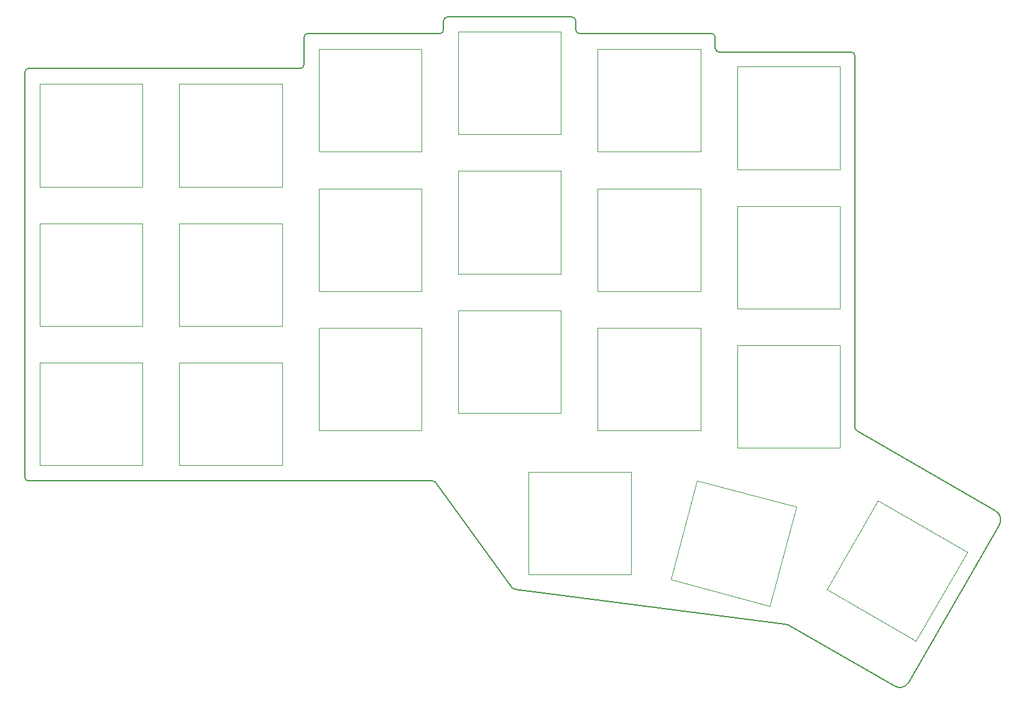
<source format=gbr>
G04 #@! TF.GenerationSoftware,KiCad,Pcbnew,5.1.5+dfsg1-2~bpo10+1*
G04 #@! TF.CreationDate,2020-11-03T09:19:00+00:00*
G04 #@! TF.ProjectId,corne-top-plate,636f726e-652d-4746-9f70-2d706c617465,2.1*
G04 #@! TF.SameCoordinates,Original*
G04 #@! TF.FileFunction,Profile,NP*
%FSLAX46Y46*%
G04 Gerber Fmt 4.6, Leading zero omitted, Abs format (unit mm)*
G04 Created by KiCad (PCBNEW 5.1.5+dfsg1-2~bpo10+1) date 2020-11-03 09:19:00*
%MOMM*%
%LPD*%
G04 APERTURE LIST*
%ADD10C,0.150000*%
%ADD11C,0.120000*%
G04 APERTURE END LIST*
D10*
X174350000Y-117475001D02*
G75*
G02X173997282Y-116810192I497282J689809D01*
G01*
X193270508Y-128396988D02*
G75*
G02X193650000Y-130325000I-770507J-1153013D01*
G01*
X193270509Y-128396988D02*
X174350000Y-117475000D01*
X181297263Y-151781464D02*
G75*
G02X179369251Y-152160956I-1153013J770507D01*
G01*
X164420556Y-143770344D02*
G75*
G02X165075000Y-143900000I-333152J-3398096D01*
G01*
X181297263Y-151781465D02*
X193650000Y-130325000D01*
X165075000Y-143900000D02*
X179369251Y-152160956D01*
X127750000Y-139000000D02*
X164420556Y-143770344D01*
X127396447Y-138853553D02*
G75*
G03X127750000Y-139000000I353553J353553D01*
G01*
X116853553Y-124396447D02*
X127396447Y-138853553D01*
X174000000Y-66250000D02*
X173997282Y-116810192D01*
X174000000Y-66250000D02*
G75*
G03X173500000Y-65750000I-500000J0D01*
G01*
X116853553Y-124396447D02*
G75*
G03X116500000Y-124250000I-353553J-353553D01*
G01*
X61000000Y-123750000D02*
G75*
G03X61500000Y-124250000I500000J0D01*
G01*
X61500000Y-68000000D02*
G75*
G03X61000000Y-68500000I0J-500000D01*
G01*
X98500000Y-68000000D02*
G75*
G03X99000000Y-67500000I0J500000D01*
G01*
X99500000Y-63250000D02*
G75*
G03X99000000Y-63750000I0J-500000D01*
G01*
X117500000Y-63250000D02*
G75*
G03X118000000Y-62750000I0J500000D01*
G01*
X118500000Y-61000000D02*
G75*
G03X118000000Y-61500000I0J-500000D01*
G01*
X136000000Y-61500000D02*
G75*
G03X135500000Y-61000000I-500000J0D01*
G01*
X136000000Y-62750000D02*
G75*
G03X136500000Y-63250000I500000J0D01*
G01*
X155000000Y-63750000D02*
G75*
G03X154500000Y-63250000I-500000J0D01*
G01*
X155000000Y-65250000D02*
G75*
G03X155500000Y-65750000I500000J0D01*
G01*
X116500000Y-124250000D02*
X61500000Y-124250000D01*
X61000000Y-68500000D02*
X61000000Y-123750000D01*
X98500000Y-68000000D02*
X61500000Y-68000000D01*
X99000000Y-63750000D02*
X99000000Y-67500000D01*
X117500000Y-63250000D02*
X99500000Y-63250000D01*
X118000000Y-61500000D02*
X118000000Y-62750000D01*
X135500000Y-61000000D02*
X118500000Y-61000000D01*
X136000000Y-62750000D02*
X136000000Y-61500000D01*
X154500000Y-63250000D02*
X136500000Y-63250000D01*
X155000000Y-65250000D02*
X155000000Y-63750000D01*
X173500000Y-65750000D02*
X155500000Y-65750000D01*
D11*
X189312178Y-133922822D02*
X177187822Y-126922822D01*
X182312178Y-146047178D02*
X189312178Y-133922822D01*
X170187822Y-139047178D02*
X182312178Y-146047178D01*
X177187822Y-126922822D02*
X170187822Y-139047178D01*
X166065214Y-127794253D02*
X152542253Y-124170786D01*
X162441747Y-141317214D02*
X166065214Y-127794253D01*
X148918786Y-137693747D02*
X162441747Y-141317214D01*
X152542253Y-124170786D02*
X148918786Y-137693747D01*
X143530000Y-123035000D02*
X129530000Y-123035000D01*
X143530000Y-137035000D02*
X143530000Y-123035000D01*
X129530000Y-137035000D02*
X143530000Y-137035000D01*
X129530000Y-123035000D02*
X129530000Y-137035000D01*
X172010000Y-105750000D02*
X158010000Y-105750000D01*
X172010000Y-119750000D02*
X172010000Y-105750000D01*
X158010000Y-119750000D02*
X172010000Y-119750000D01*
X158010000Y-105750000D02*
X158010000Y-119750000D01*
X172010000Y-67750000D02*
X158010000Y-67750000D01*
X172010000Y-81750000D02*
X172010000Y-67750000D01*
X158010000Y-81750000D02*
X172010000Y-81750000D01*
X158010000Y-67750000D02*
X158010000Y-81750000D01*
X172010000Y-86750000D02*
X158010000Y-86750000D01*
X172010000Y-100750000D02*
X172010000Y-86750000D01*
X158010000Y-100750000D02*
X172010000Y-100750000D01*
X158010000Y-86750000D02*
X158010000Y-100750000D01*
X153010000Y-84375000D02*
X139010000Y-84375000D01*
X153010000Y-98375000D02*
X153010000Y-84375000D01*
X139010000Y-98375000D02*
X153010000Y-98375000D01*
X139010000Y-84375000D02*
X139010000Y-98375000D01*
X153010000Y-65375000D02*
X139010000Y-65375000D01*
X153010000Y-79375000D02*
X153010000Y-65375000D01*
X139010000Y-79375000D02*
X153010000Y-79375000D01*
X139010000Y-65375000D02*
X139010000Y-79375000D01*
X153010000Y-103375000D02*
X139010000Y-103375000D01*
X153010000Y-117375000D02*
X153010000Y-103375000D01*
X139010000Y-117375000D02*
X153010000Y-117375000D01*
X139010000Y-103375000D02*
X139010000Y-117375000D01*
X134010000Y-82000000D02*
X120010000Y-82000000D01*
X134010000Y-96000000D02*
X134010000Y-82000000D01*
X120010000Y-96000000D02*
X134010000Y-96000000D01*
X120010000Y-82000000D02*
X120010000Y-96000000D01*
X134010000Y-101000000D02*
X120010000Y-101000000D01*
X134010000Y-115000000D02*
X134010000Y-101000000D01*
X120010000Y-115000000D02*
X134010000Y-115000000D01*
X120010000Y-101000000D02*
X120010000Y-115000000D01*
X134010000Y-63000000D02*
X120010000Y-63000000D01*
X134010000Y-77000000D02*
X134010000Y-63000000D01*
X120010000Y-77000000D02*
X134010000Y-77000000D01*
X120010000Y-63000000D02*
X120010000Y-77000000D01*
X115010000Y-84375000D02*
X101010000Y-84375000D01*
X115010000Y-98375000D02*
X115010000Y-84375000D01*
X101010000Y-98375000D02*
X115010000Y-98375000D01*
X101010000Y-84375000D02*
X101010000Y-98375000D01*
X115010000Y-103375000D02*
X101010000Y-103375000D01*
X115010000Y-117375000D02*
X115010000Y-103375000D01*
X101010000Y-117375000D02*
X115010000Y-117375000D01*
X101010000Y-103375000D02*
X101010000Y-117375000D01*
X115010000Y-65375000D02*
X101010000Y-65375000D01*
X115010000Y-79375000D02*
X115010000Y-65375000D01*
X101010000Y-79375000D02*
X115010000Y-79375000D01*
X101010000Y-65375000D02*
X101010000Y-79375000D01*
X96010000Y-89125000D02*
X82010000Y-89125000D01*
X96010000Y-103125000D02*
X96010000Y-89125000D01*
X82010000Y-103125000D02*
X96010000Y-103125000D01*
X82010000Y-89125000D02*
X82010000Y-103125000D01*
X96010000Y-108125000D02*
X82010000Y-108125000D01*
X96010000Y-122125000D02*
X96010000Y-108125000D01*
X82010000Y-122125000D02*
X96010000Y-122125000D01*
X82010000Y-108125000D02*
X82010000Y-122125000D01*
X96010000Y-70125000D02*
X82010000Y-70125000D01*
X96010000Y-84125000D02*
X96010000Y-70125000D01*
X82010000Y-84125000D02*
X96010000Y-84125000D01*
X82010000Y-70125000D02*
X82010000Y-84125000D01*
X77010000Y-108125000D02*
X63010000Y-108125000D01*
X77010000Y-122125000D02*
X77010000Y-108125000D01*
X63010000Y-122125000D02*
X77010000Y-122125000D01*
X63010000Y-108125000D02*
X63010000Y-122125000D01*
X77010000Y-89125000D02*
X63010000Y-89125000D01*
X77010000Y-103125000D02*
X77010000Y-89125000D01*
X63010000Y-103125000D02*
X77010000Y-103125000D01*
X63010000Y-89125000D02*
X63010000Y-103125000D01*
X77010000Y-70125000D02*
X63010000Y-70125000D01*
X77010000Y-84125000D02*
X77010000Y-70125000D01*
X63010000Y-84125000D02*
X77010000Y-84125000D01*
X63010000Y-70125000D02*
X63010000Y-84125000D01*
M02*

</source>
